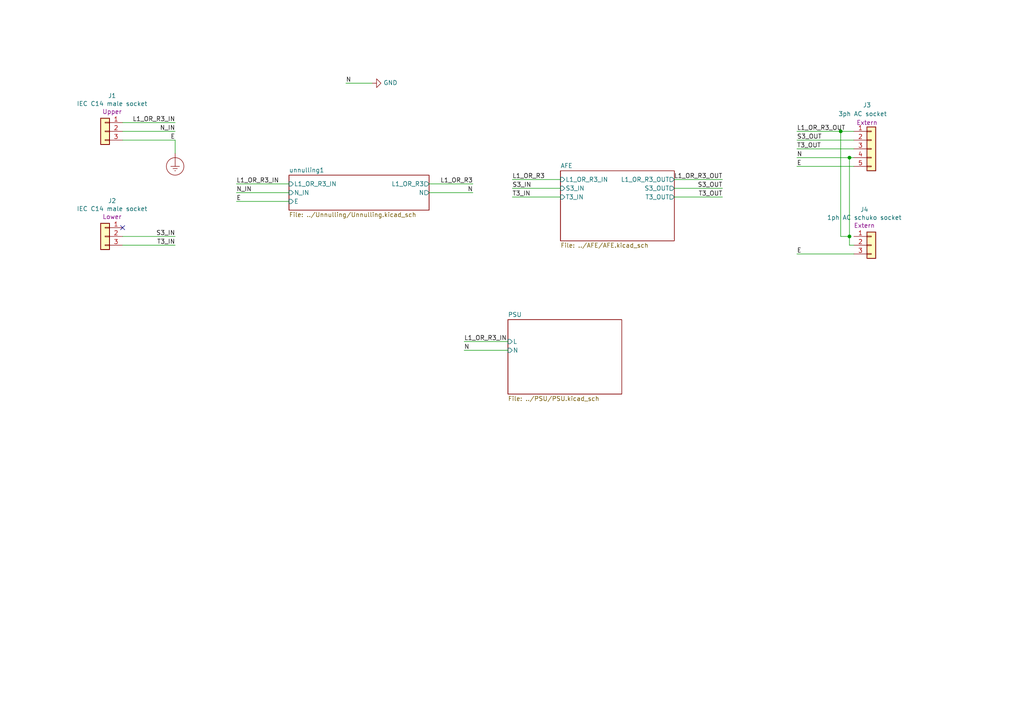
<source format=kicad_sch>
(kicad_sch (version 20231120) (generator "eeschema") (generator_version "8.0")
  (paper "A4")
  (lib_symbols
    (symbol "Connector_Generic:Conn_01x03" (pin_names (offset 1.016) hide)
      (property "Reference" "J" (at 0 5.08 0))
      (property "Value" "Conn_01x03" (at 0 -5.08 0))
      (symbol "Conn_01x03_1_1"
        (rectangle (start -1.27 -2.413) (end 0 -2.667) (stroke (width 0.1524)))
        (rectangle (start -1.27 0.127) (end 0 -0.127) (stroke (width 0.1524)))
        (rectangle (start -1.27 2.667) (end 0 2.413) (stroke (width 0.1524)))
        (rectangle (start -1.27 3.81) (end 1.27 -3.81) (stroke (width 0.254)) (fill (type background)))
        (pin passive line (at -5.08 2.54 0) (length 3.81) (name "Pin_1") (number "1"))
        (pin passive line (at -5.08 0 0) (length 3.81) (name "Pin_2") (number "2"))
        (pin passive line (at -5.08 -2.54 0) (length 3.81) (name "Pin_3") (number "3"))
      )
    )
    (symbol "Connector_Generic:Conn_01x05" (pin_names (offset 1.016) hide)
      (property "Reference" "J" (at 0 7.62 0))
      (property "Value" "Conn_01x05" (at 0 -7.62 0))
      (symbol "Conn_01x05_1_1"
        (rectangle (start -1.27 -4.953) (end 0 -5.207) (stroke (width 0.1524)))
        (rectangle (start -1.27 -2.413) (end 0 -2.667) (stroke (width 0.1524)))
        (rectangle (start -1.27 0.127) (end 0 -0.127) (stroke (width 0.1524)))
        (rectangle (start -1.27 2.667) (end 0 2.413) (stroke (width 0.1524)))
        (rectangle (start -1.27 5.207) (end 0 4.953) (stroke (width 0.1524)))
        (rectangle (start -1.27 6.35) (end 1.27 -6.35) (stroke (width 0.254)) (fill (type background)))
        (pin passive line (at -5.08 5.08 0) (length 3.81) (name "Pin_1") (number "1"))
        (pin passive line (at -5.08 2.54 0) (length 3.81) (name "Pin_2") (number "2"))
        (pin passive line (at -5.08 0 0) (length 3.81) (name "Pin_3") (number "3"))
        (pin passive line (at -5.08 -2.54 0) (length 3.81) (name "Pin_4") (number "4"))
        (pin passive line (at -5.08 -5.08 0) (length 3.81) (name "Pin_5") (number "5"))
      )
    )
    (symbol "power:Earth_Protective" (power) (pin_names (offset 0))
      (symbol "Earth_Protective_0_1"
        (circle (center 0 -3.81) (radius 2.54))
        (polyline (pts (xy -0.635 -4.445) (xy 0.635 -4.445)))
        (polyline (pts (xy -0.127 -5.08) (xy 0.127 -5.08)))
        (polyline (pts (xy 0 -3.81) (xy 0 0)))
        (polyline (pts (xy 1.27 -3.81) (xy -1.27 -3.81)))
      )
      (symbol "Earth_Protective_1_1"
        (pin power_in line (at 0 0 270) (length 0) hide (name "Earth_Protective") (number "1"))
      )
    )
    (symbol "power:GND" (power) (pin_names (offset 0))
      (property "Value" "GND" (at 0 -3.81 0))
      (symbol "GND_0_1"
        (polyline (pts (xy 0 0) (xy 0 -1.27) (xy 1.27 -1.27) (xy 0 -2.54) (xy -1.27 -1.27) (xy 0 -1.27)))
      )
      (symbol "GND_1_1"
        (pin power_in line (at 0 0 270) (length 0) hide (name "GND") (number "1"))
      )
    )
  )
  (junction (at 246.38 45.72))
  (junction (at 246.38 68.58))
  (junction (at 243.84 38.1))
  (no_connect (at 35.56 66.04))
  (wire (pts (xy 50.8 68.58) (xy 35.56 68.58)))
  (wire (pts (xy 50.8 38.1) (xy 35.56 38.1)))
  (wire (pts (xy 209.55 54.61) (xy 195.58 54.61)))
  (wire (pts (xy 195.58 52.07) (xy 209.55 52.07)))
  (wire (pts (xy 137.16 55.88) (xy 124.46 55.88)))
  (wire (pts (xy 148.59 54.61) (xy 162.56 54.61)))
  (wire (pts (xy 134.62 99.06) (xy 147.32 99.06)))
  (wire (pts (xy 50.8 35.56) (xy 35.56 35.56)))
  (wire (pts (xy 246.38 68.58) (xy 243.84 68.58)))
  (wire (pts (xy 35.56 40.64) (xy 50.8 40.64)))
  (wire (pts (xy 50.8 40.64) (xy 50.8 44.45)))
  (wire (pts (xy 246.38 45.72) (xy 231.14 45.72)))
  (wire (pts (xy 246.38 68.58) (xy 246.38 71.12)))
  (wire (pts (xy 246.38 45.72) (xy 246.38 68.58)))
  (wire (pts (xy 231.14 48.26) (xy 247.65 48.26)))
  (wire (pts (xy 231.14 40.64) (xy 247.65 40.64)))
  (wire (pts (xy 68.58 55.88) (xy 83.82 55.88)))
  (wire (pts (xy 148.59 57.15) (xy 162.56 57.15)))
  (wire (pts (xy 107.95 24.13) (xy 100.33 24.13)))
  (wire (pts (xy 247.65 71.12) (xy 246.38 71.12)))
  (wire (pts (xy 83.82 58.42) (xy 68.58 58.42)))
  (wire (pts (xy 243.84 68.58) (xy 243.84 38.1)))
  (wire (pts (xy 209.55 57.15) (xy 195.58 57.15)))
  (wire (pts (xy 247.65 73.66) (xy 231.14 73.66)))
  (wire (pts (xy 137.16 53.34) (xy 124.46 53.34)))
  (wire (pts (xy 68.58 53.34) (xy 83.82 53.34)))
  (wire (pts (xy 231.14 38.1) (xy 243.84 38.1)))
  (wire (pts (xy 50.8 71.12) (xy 35.56 71.12)))
  (wire (pts (xy 247.65 45.72) (xy 246.38 45.72)))
  (wire (pts (xy 162.56 52.07) (xy 148.59 52.07)))
  (wire (pts (xy 134.62 101.6) (xy 147.32 101.6)))
  (wire (pts (xy 231.14 43.18) (xy 247.65 43.18)))
  (wire (pts (xy 243.84 38.1) (xy 247.65 38.1)))
  (label "N_IN" (at 68.58 55.88 0))
  (label "L1_OR_R3_IN" (at 50.8 35.56 180))
  (label "E" (at 50.8 40.64 180))
  (label "N" (at 137.16 55.88 180))
  (label "N" (at 231.14 45.72 0))
  (label "T3_OUT" (at 231.14 43.18 0))
  (label "S3_OUT" (at 231.14 40.64 0))
  (label "N_IN" (at 50.8 38.1 180))
  (label "S3_OUT" (at 209.55 54.61 180))
  (label "N" (at 134.62 101.6 0))
  (label "T3_IN" (at 50.8 71.12 180))
  (label "L1_OR_R3_IN" (at 134.62 99.06 0))
  (label "N" (at 100.33 24.13 0))
  (label "L1_OR_R3_OUT" (at 209.55 52.07 180))
  (label "S3_IN" (at 50.8 68.58 180))
  (label "S3_IN" (at 148.59 54.61 0))
  (label "L1_OR_R3_IN" (at 68.58 53.34 0))
  (label "L1_OR_R3" (at 137.16 53.34 180))
  (label "T3_IN" (at 148.59 57.15 0))
  (label "L1_OR_R3" (at 148.59 52.07 0))
  (label "E" (at 68.58 58.42 0))
  (label "T3_OUT" (at 209.55 57.15 180))
  (label "L1_OR_R3_OUT" (at 231.14 38.1 0))
  (label "E" (at 231.14 73.66 0))
  (label "E" (at 231.14 48.26 0))
  (symbol (lib_id "Connector_Generic:Conn_01x03") (at 30.48 38.1 0) (mirror y) (unit 1)
    (property "Reference" "J1" (at 32.512 27.7622 0))
    (property "Value" "IEC C14 male socket" (at 32.512 30.0736 0))
    (property "Comment" "Upper" (at 32.512 32.385 0))
  )
  (symbol (lib_id "Connector_Generic:Conn_01x03") (at 30.48 68.58 0) (mirror y) (unit 1)
    (property "Reference" "J2" (at 32.512 58.2422 0))
    (property "Value" "IEC C14 male socket" (at 32.512 60.5536 0))
    (property "Comment" "Lower" (at 32.512 62.865 0))
  )
  (symbol (lib_id "Connector_Generic:Conn_01x05") (at 252.73 43.18 0) (unit 1)
    (property "Reference" "J3" (at 251.46 30.48 0))
    (property "Value" "3ph AC socket" (at 250.19 33.02 0))
    (property "Comment" "Extern" (at 251.46 35.56 0))
  )
  (symbol (lib_id "Connector_Generic:Conn_01x03") (at 252.73 71.12 0) (unit 1)
    (property "Reference" "J4" (at 250.698 60.7822 0))
    (property "Value" "1ph AC schuko socket" (at 250.698 63.0936 0))
    (property "Comment" "Extern" (at 250.698 65.405 0))
  )
  (symbol (lib_id "power:GND") (at 107.95 24.13 90) (unit 1)
    (property "Reference" "#PWR01" (effects (hide yes)))
    (property "Value" "GND" (at 111.2012 24.003 90) (effects (justify right)))
  )
  (symbol (lib_id "power:Earth_Protective") (at 50.8 44.45 0) (unit 1)
    (property "Reference" "#PWR025" (effects (hide yes)))
    (property "Value" "Earth_Protective" (effects (hide yes)))
  )
  (sheet (at 162.56 49.53) (size 33.02 20.32)
    (property "Sheetname" "AFE" (at 162.56 48.8184 0) (effects (justify left bottom)))
    (property "Sheetfile" "../AFE/AFE.kicad_sch" (at 162.56 70.4346 0) (effects (justify left top)))
    (pin "L1_OR_R3_IN" input (at 162.56 52.07 180))
    (pin "S3_IN" input (at 162.56 54.61 180))
    (pin "T3_IN" input (at 162.56 57.15 180))
    (pin "S3_OUT" output (at 195.58 54.61 0))
    (pin "T3_OUT" output (at 195.58 57.15 0))
    (pin "L1_OR_R3_OUT" output (at 195.58 52.07 0))
  )
  (sheet (at 147.32 92.71) (size 33.02 21.59) (stroke (width 0.1524))
    (property "Sheetname" "PSU" (at 147.32 91.9984 0) (effects (justify left bottom)))
    (property "Sheetfile" "../PSU/PSU.kicad_sch" (at 147.32 114.8846 0) (effects (justify left top)))
    (pin "L" input (at 147.32 99.06 180))
    (pin "N" input (at 147.32 101.6 180))
  )
  (sheet (at 83.82 50.8) (size 40.64 10.16) (stroke (width 0.1524))
    (property "Sheetname" "unnulling1" (at 83.82 50.0884 0) (effects (justify left bottom)))
    (property "Sheetfile" "../Unnulling/Unnulling.kicad_sch" (at 83.82 61.5446 0) (effects (justify left top)))
    (pin "L1_OR_R3_IN" input (at 83.82 53.34 180))
    (pin "N_IN" input (at 83.82 55.88 180))
    (pin "E" input (at 83.82 58.42 180))
    (pin "L1_OR_R3" output (at 124.46 53.34 0))
    (pin "N" output (at 124.46 55.88 0))
  )
)
</source>
